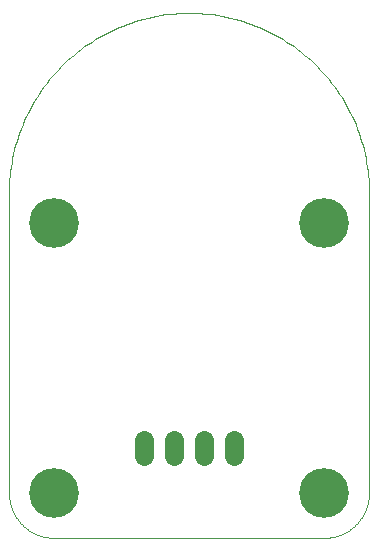
<source format=gbs>
G75*
%MOIN*%
%OFA0B0*%
%FSLAX25Y25*%
%IPPOS*%
%LPD*%
%AMOC8*
5,1,8,0,0,1.08239X$1,22.5*
%
%ADD10C,0.00000*%
%ADD11C,0.06343*%
%ADD12C,0.16611*%
D10*
X0004000Y0019000D02*
X0004000Y0119000D01*
X0004018Y0120461D01*
X0004071Y0121921D01*
X0004160Y0123380D01*
X0004284Y0124836D01*
X0004444Y0126288D01*
X0004639Y0127736D01*
X0004870Y0129179D01*
X0005135Y0130616D01*
X0005435Y0132046D01*
X0005770Y0133468D01*
X0006140Y0134882D01*
X0006544Y0136286D01*
X0006982Y0137680D01*
X0007454Y0139063D01*
X0007959Y0140434D01*
X0008498Y0141792D01*
X0009069Y0143137D01*
X0009673Y0144467D01*
X0010309Y0145783D01*
X0010977Y0147082D01*
X0011677Y0148365D01*
X0012408Y0149630D01*
X0013169Y0150878D01*
X0013960Y0152106D01*
X0014781Y0153315D01*
X0015631Y0154503D01*
X0016510Y0155670D01*
X0017417Y0156816D01*
X0018352Y0157939D01*
X0019314Y0159039D01*
X0020302Y0160115D01*
X0021316Y0161167D01*
X0022356Y0162194D01*
X0023420Y0163195D01*
X0024508Y0164171D01*
X0025620Y0165119D01*
X0026754Y0166040D01*
X0027911Y0166933D01*
X0029088Y0167797D01*
X0030287Y0168633D01*
X0031506Y0169439D01*
X0032744Y0170216D01*
X0034000Y0170962D01*
X0035274Y0171677D01*
X0036565Y0172361D01*
X0037873Y0173013D01*
X0039196Y0173633D01*
X0040534Y0174221D01*
X0041885Y0174776D01*
X0043250Y0175298D01*
X0044627Y0175786D01*
X0046016Y0176241D01*
X0047415Y0176662D01*
X0048824Y0177049D01*
X0050242Y0177401D01*
X0051668Y0177719D01*
X0053102Y0178002D01*
X0054542Y0178250D01*
X0055987Y0178463D01*
X0057438Y0178640D01*
X0058892Y0178782D01*
X0060349Y0178889D01*
X0061809Y0178960D01*
X0063269Y0178996D01*
X0064731Y0178996D01*
X0066191Y0178960D01*
X0067651Y0178889D01*
X0069108Y0178782D01*
X0070562Y0178640D01*
X0072013Y0178463D01*
X0073458Y0178250D01*
X0074898Y0178002D01*
X0076332Y0177719D01*
X0077758Y0177401D01*
X0079176Y0177049D01*
X0080585Y0176662D01*
X0081984Y0176241D01*
X0083373Y0175786D01*
X0084750Y0175298D01*
X0086115Y0174776D01*
X0087466Y0174221D01*
X0088804Y0173633D01*
X0090127Y0173013D01*
X0091435Y0172361D01*
X0092726Y0171677D01*
X0094000Y0170962D01*
X0095256Y0170216D01*
X0096494Y0169439D01*
X0097713Y0168633D01*
X0098912Y0167797D01*
X0100089Y0166933D01*
X0101246Y0166040D01*
X0102380Y0165119D01*
X0103492Y0164171D01*
X0104580Y0163195D01*
X0105644Y0162194D01*
X0106684Y0161167D01*
X0107698Y0160115D01*
X0108686Y0159039D01*
X0109648Y0157939D01*
X0110583Y0156816D01*
X0111490Y0155670D01*
X0112369Y0154503D01*
X0113219Y0153315D01*
X0114040Y0152106D01*
X0114831Y0150878D01*
X0115592Y0149630D01*
X0116323Y0148365D01*
X0117023Y0147082D01*
X0117691Y0145783D01*
X0118327Y0144467D01*
X0118931Y0143137D01*
X0119502Y0141792D01*
X0120041Y0140434D01*
X0120546Y0139063D01*
X0121018Y0137680D01*
X0121456Y0136286D01*
X0121860Y0134882D01*
X0122230Y0133468D01*
X0122565Y0132046D01*
X0122865Y0130616D01*
X0123130Y0129179D01*
X0123361Y0127736D01*
X0123556Y0126288D01*
X0123716Y0124836D01*
X0123840Y0123380D01*
X0123929Y0121921D01*
X0123982Y0120461D01*
X0124000Y0119000D01*
X0124000Y0019000D01*
X0123996Y0018638D01*
X0123982Y0018275D01*
X0123961Y0017913D01*
X0123930Y0017552D01*
X0123891Y0017192D01*
X0123843Y0016833D01*
X0123786Y0016475D01*
X0123721Y0016118D01*
X0123647Y0015763D01*
X0123564Y0015410D01*
X0123473Y0015059D01*
X0123374Y0014711D01*
X0123266Y0014365D01*
X0123150Y0014021D01*
X0123025Y0013681D01*
X0122893Y0013344D01*
X0122752Y0013010D01*
X0122603Y0012679D01*
X0122446Y0012352D01*
X0122282Y0012029D01*
X0122110Y0011710D01*
X0121930Y0011396D01*
X0121742Y0011085D01*
X0121547Y0010780D01*
X0121345Y0010479D01*
X0121135Y0010183D01*
X0120919Y0009893D01*
X0120695Y0009607D01*
X0120465Y0009327D01*
X0120228Y0009053D01*
X0119984Y0008785D01*
X0119734Y0008522D01*
X0119478Y0008266D01*
X0119215Y0008016D01*
X0118947Y0007772D01*
X0118673Y0007535D01*
X0118393Y0007305D01*
X0118107Y0007081D01*
X0117817Y0006865D01*
X0117521Y0006655D01*
X0117220Y0006453D01*
X0116915Y0006258D01*
X0116604Y0006070D01*
X0116290Y0005890D01*
X0115971Y0005718D01*
X0115648Y0005554D01*
X0115321Y0005397D01*
X0114990Y0005248D01*
X0114656Y0005107D01*
X0114319Y0004975D01*
X0113979Y0004850D01*
X0113635Y0004734D01*
X0113289Y0004626D01*
X0112941Y0004527D01*
X0112590Y0004436D01*
X0112237Y0004353D01*
X0111882Y0004279D01*
X0111525Y0004214D01*
X0111167Y0004157D01*
X0110808Y0004109D01*
X0110448Y0004070D01*
X0110087Y0004039D01*
X0109725Y0004018D01*
X0109362Y0004004D01*
X0109000Y0004000D01*
X0019000Y0004000D01*
X0018638Y0004004D01*
X0018275Y0004018D01*
X0017913Y0004039D01*
X0017552Y0004070D01*
X0017192Y0004109D01*
X0016833Y0004157D01*
X0016475Y0004214D01*
X0016118Y0004279D01*
X0015763Y0004353D01*
X0015410Y0004436D01*
X0015059Y0004527D01*
X0014711Y0004626D01*
X0014365Y0004734D01*
X0014021Y0004850D01*
X0013681Y0004975D01*
X0013344Y0005107D01*
X0013010Y0005248D01*
X0012679Y0005397D01*
X0012352Y0005554D01*
X0012029Y0005718D01*
X0011710Y0005890D01*
X0011396Y0006070D01*
X0011085Y0006258D01*
X0010780Y0006453D01*
X0010479Y0006655D01*
X0010183Y0006865D01*
X0009893Y0007081D01*
X0009607Y0007305D01*
X0009327Y0007535D01*
X0009053Y0007772D01*
X0008785Y0008016D01*
X0008522Y0008266D01*
X0008266Y0008522D01*
X0008016Y0008785D01*
X0007772Y0009053D01*
X0007535Y0009327D01*
X0007305Y0009607D01*
X0007081Y0009893D01*
X0006865Y0010183D01*
X0006655Y0010479D01*
X0006453Y0010780D01*
X0006258Y0011085D01*
X0006070Y0011396D01*
X0005890Y0011710D01*
X0005718Y0012029D01*
X0005554Y0012352D01*
X0005397Y0012679D01*
X0005248Y0013010D01*
X0005107Y0013344D01*
X0004975Y0013681D01*
X0004850Y0014021D01*
X0004734Y0014365D01*
X0004626Y0014711D01*
X0004527Y0015059D01*
X0004436Y0015410D01*
X0004353Y0015763D01*
X0004279Y0016118D01*
X0004214Y0016475D01*
X0004157Y0016833D01*
X0004109Y0017192D01*
X0004070Y0017552D01*
X0004039Y0017913D01*
X0004018Y0018275D01*
X0004004Y0018638D01*
X0004000Y0019000D01*
D11*
X0049000Y0031228D02*
X0049000Y0036772D01*
X0059000Y0036772D02*
X0059000Y0031228D01*
X0069000Y0031228D02*
X0069000Y0036772D01*
X0079000Y0036772D02*
X0079000Y0031228D01*
D12*
X0109000Y0019000D03*
X0109000Y0109000D03*
X0019000Y0109000D03*
X0019000Y0019000D03*
M02*

</source>
